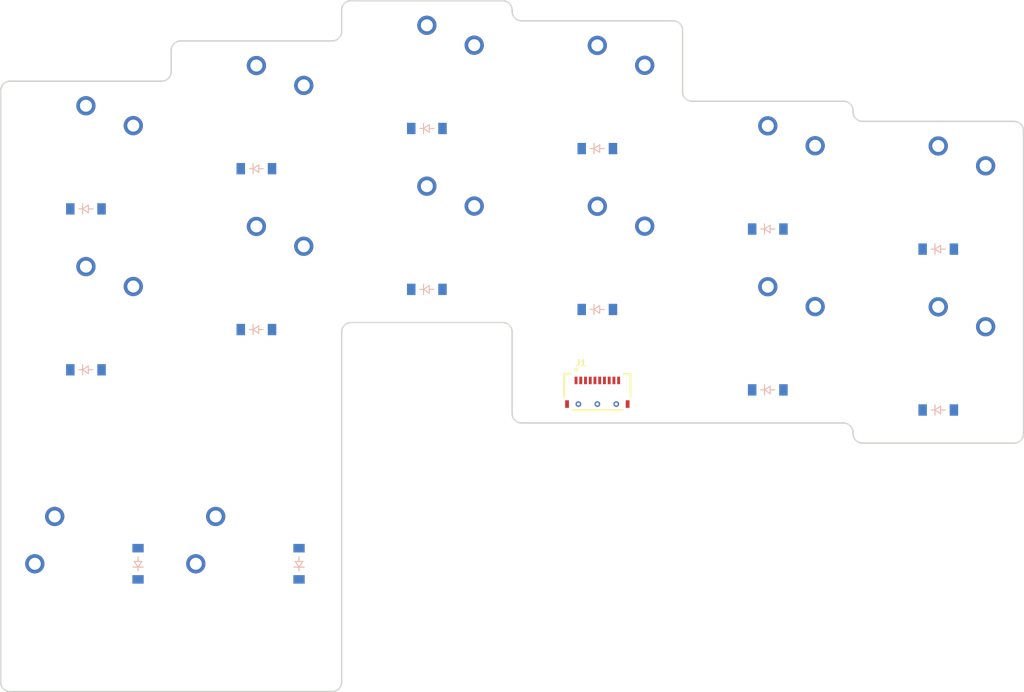
<source format=kicad_pcb>
(kicad_pcb (version 20221018) (generator pcbnew)
  (title_block (title "right_pcb") (rev "v1.0.0") (company "Unknown"))
  (layers (0 "F.Cu" signal) (31 "B.Cu" signal) (34 "B.Paste" user) (35 "F.Paste" user) (36 "B.SilkS" user "B.Silkscreen") (37 "F.SilkS" user "F.Silkscreen") (38 "B.Mask" user) (39 "F.Mask" user) (44 "Edge.Cuts" user))
  (net 0 "")
  (net 1 "C0")
  (net 2 "mirror_ext_bottom")
  (net 3 "mirror_ext_top")
  (net 4 "C1")
  (net 5 "mirror_pinky_bottom")
  (net 6 "mirror_pinky_top")
  (net 7 "C2")
  (net 8 "mirror_ring_bottom")
  (net 9 "mirror_ring_top")
  (net 10 "C3")
  (net 11 "mirror_middle_bottom")
  (net 12 "mirror_middle_top")
  (net 13 "C4")
  (net 14 "mirror_index_bottom")
  (net 15 "mirror_index_top")
  (net 16 "C5")
  (net 17 "mirror_inner_bottom")
  (net 18 "mirror_inner_top")
  (net 19 "mirror_outer_thumb")
  (net 20 "mirror_inner_thumb")
  (net 21 "R2")
  (net 22 "R1")
  (net 23 "R3")
  (net 24 "GND")
  (footprint "Molex2004850410" (layer "F.Cu") (at 280 141.375)
    (fp_text reference "J1" (at -1.718 -3.1064) (layer "F.SilkS") (effects (font (size 0.64 0.64))))
    (fp_text value "Conn_01x10_Socket")
    (fp_line (start -3.5 -1.9) (end -2.8 -1.9) (stroke (width 0.2)) (layer "F.SilkS"))
    (fp_line (start -3.5 0.5) (end -3.5 -1.9) (stroke (width 0.2)) (layer "F.SilkS"))
    (fp_line (start -2.65 1.9) (end 2.65 1.9) (stroke (width 0.2)) (layer "F.SilkS"))
    (fp_line (start 2.8 -1.9) (end 3.5 -1.9) (stroke (width 0.2)) (layer "F.SilkS"))
    (fp_line (start 3.5 -1.9) (end 3.5 0.5) (stroke (width 0.2)) (layer "F.SilkS"))
    (fp_circle (center -2.25 -2.4) (end -2.15 -2.4) (stroke (width 0.2)) (fill none) (layer "F.SilkS"))
    (pad "1" smd rect (at -2.25 -1.25 180) (size 0.3 0.8) (layers "F.Cu" "F.Paste" "F.Mask") (net 24 "GND"))
    (pad "2" smd rect (at -1.75 -1.25 180) (size 0.3 0.8) (layers "F.Cu" "F.Paste" "F.Mask") (net 22 "R1"))
    (pad "3" smd rect (at -1.25 -1.25 180) (size 0.3 0.8) (layers "F.Cu" "F.Paste" "F.Mask") (net 21 "R2"))
    (pad "4" smd rect (at -0.75 -1.25 180) (size 0.3 0.8) (layers "F.Cu" "F.Paste" "F.Mask") (net 23 "R3"))
    (pad "5" smd rect (at -0.25 -1.25 180) (size 0.3 0.8) (layers "F.Cu" "F.Paste" "F.Mask") (net 1 "C0"))
    (pad "6" smd rect (at 0.25 -1.25 180) (size 0.3 0.8) (layers "F.Cu" "F.Paste" "F.Mask") (net 4 "C1"))
    (pad "7" smd rect (at 0.75 -1.25 180) (size 0.3 0.8) (layers "F.Cu" "F.Paste" "F.Mask") (net 7 "C2"))
    (pad "8" smd rect (at 1.25 -1.25 180) (size 0.3 0.8) (layers "F.Cu" "F.Paste" "F.Mask") (net 10 "C3"))
    (pad "9" smd rect (at 1.75 -1.25 180) (size 0.3 0.8) (layers "F.Cu" "F.Paste" "F.Mask") (net 13 "C4"))
    (pad "10" smd rect (at 2.25 -1.25 180) (size 0.3 0.8) (layers "F.Cu" "F.Paste" "F.Mask") (net 16 "C5"))
    (pad "S1" smd rect (at -3.2 1.25 180) (size 0.4 0.8) (layers "F.Cu" "F.Paste" "F.Mask"))
    (pad "S2" smd rect (at 3.2 1.25 180) (size 0.4 0.8) (layers "F.Cu" "F.Paste" "F.Mask"))
  )
  (footprint "VIA-0.6mm" (layer "F.Cu") (at 278 142.625)
    (fp_text reference "_3" hide)
    (fp_text value "VIA-0.6mm" hide)
    (pad "1" thru_hole circle (at 0 0) (size 0.6 0.6) (drill 0.3) (layers "*.Cu") (net 23 "R3"))
  )
  (footprint "PG1350" (layer "F.Cu") (at 244 129.75)
    (fp_text reference "S9" hide)
    (fp_text value "" hide)
    (pad "" np_thru_hole circle (at -5.5 0) (size 1.7018 1.7018) (drill 1.7018) (layers "*.Cu" "*.Mask"))
    (pad "" np_thru_hole circle (at 0 0) (size 3.429 3.429) (drill 3.429) (layers "*.Cu" "*.Mask"))
    (pad "" np_thru_hole circle (at 5.5 0) (size 1.7018 1.7018) (drill 1.7018) (layers "*.Cu" "*.Mask"))
    (pad "1" thru_hole circle (at 5 -3.8) (size 2.032 2.032) (drill 1.27) (layers "*.Cu" "*.Mask") (net 13 "C4"))
    (pad "2" thru_hole circle (at 0 -5.9) (size 2.032 2.032) (drill 1.27) (layers "*.Cu" "*.Mask") (net 14 "mirror_index_bottom"))
  )
  (footprint "PG1350" (layer "F.Cu") (at 226 117)
    (fp_text reference "S12" hide)
    (fp_text value "" hide)
    (pad "" np_thru_hole circle (at -5.5 0) (size 1.7018 1.7018) (drill 1.7018) (layers "*.Cu" "*.Mask"))
    (pad "" np_thru_hole circle (at 0 0) (size 3.429 3.429) (drill 3.429) (layers "*.Cu" "*.Mask"))
    (pad "" np_thru_hole circle (at 5.5 0) (size 1.7018 1.7018) (drill 1.7018) (layers "*.Cu" "*.Mask"))
    (pad "1" thru_hole circle (at 5 -3.8) (size 2.032 2.032) (drill 1.27) (layers "*.Cu" "*.Mask") (net 16 "C5"))
    (pad "2" thru_hole circle (at 0 -5.9) (size 2.032 2.032) (drill 1.27) (layers "*.Cu" "*.Mask") (net 18 "mirror_inner_top"))
  )
  (footprint "PG1350" (layer "F.Cu") (at 280 110.625)
    (fp_text reference "S6" hide)
    (fp_text value "" hide)
    (pad "" np_thru_hole circle (at -5.5 0) (size 1.7018 1.7018) (drill 1.7018) (layers "*.Cu" "*.Mask"))
    (pad "" np_thru_hole circle (at 0 0) (size 3.429 3.429) (drill 3.429) (layers "*.Cu" "*.Mask"))
    (pad "" np_thru_hole circle (at 5.5 0) (size 1.7018 1.7018) (drill 1.7018) (layers "*.Cu" "*.Mask"))
    (pad "1" thru_hole circle (at 5 -3.8) (size 2.032 2.032) (drill 1.27) (layers "*.Cu" "*.Mask") (net 7 "C2"))
    (pad "2" thru_hole circle (at 0 -5.9) (size 2.032 2.032) (drill 1.27) (layers "*.Cu" "*.Mask") (net 9 "mirror_ring_top"))
  )
  (footprint "PG1350" (layer "F.Cu") (at 262 125.5)
    (fp_text reference "S7" hide)
    (fp_text value "" hide)
    (pad "" np_thru_hole circle (at -5.5 0) (size 1.7018 1.7018) (drill 1.7018) (layers "*.Cu" "*.Mask"))
    (pad "" np_thru_hole circle (at 0 0) (size 3.429 3.429) (drill 3.429) (layers "*.Cu" "*.Mask"))
    (pad "" np_thru_hole circle (at 5.5 0) (size 1.7018 1.7018) (drill 1.7018) (layers "*.Cu" "*.Mask"))
    (pad "1" thru_hole circle (at 5 -3.8) (size 2.032 2.032) (drill 1.27) (layers "*.Cu" "*.Mask") (net 10 "C3"))
    (pad "2" thru_hole circle (at 0 -5.9) (size 2.032 2.032) (drill 1.27) (layers "*.Cu" "*.Mask") (net 11 "mirror_middle_bottom"))
  )
  (footprint "PG1350" (layer "F.Cu") (at 244 112.75)
    (fp_text reference "S10" hide)
    (fp_text value "" hide)
    (pad "" np_thru_hole circle (at -5.5 0) (size 1.7018 1.7018) (drill 1.7018) (layers "*.Cu" "*.Mask"))
    (pad "" np_thru_hole circle (at 0 0) (size 3.429 3.429) (drill 3.429) (layers "*.Cu" "*.Mask"))
    (pad "" np_thru_hole circle (at 5.5 0) (size 1.7018 1.7018) (drill 1.7018) (layers "*.Cu" "*.Mask"))
    (pad "1" thru_hole circle (at 5 -3.8) (size 2.032 2.032) (drill 1.27) (layers "*.Cu" "*.Mask") (net 13 "C4"))
    (pad "2" thru_hole circle (at 0 -5.9) (size 2.032 2.032) (drill 1.27) (layers "*.Cu" "*.Mask") (net 15 "mirror_index_top"))
  )
  (footprint "PG1350" (layer "F.Cu") (at 298 136.125)
    (fp_text reference "S3" hide)
    (fp_text value "" hide)
    (pad "" np_thru_hole circle (at -5.5 0) (size 1.7018 1.7018) (drill 1.7018) (layers "*.Cu" "*.Mask"))
    (pad "" np_thru_hole circle (at 0 0) (size 3.429 3.429) (drill 3.429) (layers "*.Cu" "*.Mask"))
    (pad "" np_thru_hole circle (at 5.5 0) (size 1.7018 1.7018) (drill 1.7018) (layers "*.Cu" "*.Mask"))
    (pad "1" thru_hole circle (at 5 -3.8) (size 2.032 2.032) (drill 1.27) (layers "*.Cu" "*.Mask") (net 4 "C1"))
    (pad "2" thru_hole circle (at 0 -5.9) (size 2.032 2.032) (drill 1.27) (layers "*.Cu" "*.Mask") (net 5 "mirror_pinky_bottom"))
  )
  (footprint "PG1350" (layer "F.Cu") (at 280 127.625)
    (fp_text reference "S5" hide)
    (fp_text value "" hide)
    (pad "" np_thru_hole circle (at -5.5 0) (size 1.7018 1.7018) (drill 1.7018) (layers "*.Cu" "*.Mask"))
    (pad "" np_thru_hole circle (at 0 0) (size 3.429 3.429) (drill 3.429) (layers "*.Cu" "*.Mask"))
    (pad "" np_thru_hole circle (at 5.5 0) (size 1.7018 1.7018) (drill 1.7018) (layers "*.Cu" "*.Mask"))
    (pad "1" thru_hole circle (at 5 -3.8) (size 2.032 2.032) (drill 1.27) (layers "*.Cu" "*.Mask") (net 7 "C2"))
    (pad "2" thru_hole circle (at 0 -5.9) (size 2.032 2.032) (drill 1.27) (layers "*.Cu" "*.Mask") (net 8 "mirror_ring_bottom"))
  )
  (footprint "VIA-0.6mm" (layer "F.Cu") (at 282 142.625)
    (fp_text reference "_1" hide)
    (fp_text value "VIA-0.6mm" hide)
    (pad "1" thru_hole circle (at 0 0) (size 0.6 0.6) (drill 0.3) (layers "*.Cu") (net 22 "R1"))
  )
  (footprint "PG1350" (layer "F.Cu") (at 226.5 159.5 90)
    (fp_text reference "S14" hide)
    (fp_text value "" hide)
    (pad "" np_thru_hole circle (at -5.5 0) (size 1.7018 1.7018) (drill 1.7018) (layers "*.Cu" "*.Mask"))
    (pad "" np_thru_hole circle (at 0 0) (size 3.429 3.429) (drill 3.429) (layers "*.Cu" "*.Mask"))
    (pad "" np_thru_hole circle (at 5.5 0) (size 1.7018 1.7018) (drill 1.7018) (layers "*.Cu" "*.Mask"))
    (pad "1" thru_hole circle (at 5 -3.8) (size 2.032 2.032) (drill 1.27) (layers "*.Cu" "*.Mask") (net 16 "C5"))
    (pad "2" thru_hole circle (at 0 -5.9) (size 2.032 2.032) (drill 1.27) (layers "*.Cu" "*.Mask") (net 20 "mirror_inner_thumb"))
  )
  (footprint "PG1350" (layer "F.Cu") (at 243.5 159.5 90)
    (fp_text reference "S13" hide)
    (fp_text value "" hide)
    (pad "" np_thru_hole circle (at -5.5 0) (size 1.7018 1.7018) (drill 1.7018) (layers "*.Cu" "*.Mask"))
    (pad "" np_thru_hole circle (at 0 0) (size 3.429 3.429) (drill 3.429) (layers "*.Cu" "*.Mask"))
    (pad "" np_thru_hole circle (at 5.5 0) (size 1.7018 1.7018) (drill 1.7018) (layers "*.Cu" "*.Mask"))
    (pad "1" thru_hole circle (at 5 -3.8) (size 2.032 2.032) (drill 1.27) (layers "*.Cu" "*.Mask") (net 13 "C4"))
    (pad "2" thru_hole circle (at 0 -5.9) (size 2.032 2.032) (drill 1.27) (layers "*.Cu" "*.Mask") (net 19 "mirror_outer_thumb"))
  )
  (footprint "PG1350" (layer "F.Cu") (at 262 108.5)
    (fp_text reference "S8" hide)
    (fp_text value "" hide)
    (pad "" np_thru_hole circle (at -5.5 0) (size 1.7018 1.7018) (drill 1.7018) (layers "*.Cu" "*.Mask"))
    (pad "" np_thru_hole circle (at 0 0) (size 3.429 3.429) (drill 3.429) (layers "*.Cu" "*.Mask"))
    (pad "" np_thru_hole circle (at 5.5 0) (size 1.7018 1.7018) (drill 1.7018) (layers "*.Cu" "*.Mask"))
    (pad "1" thru_hole circle (at 5 -3.8) (size 2.032 2.032) (drill 1.27) (layers "*.Cu" "*.Mask") (net 10 "C3"))
    (pad "2" thru_hole circle (at 0 -5.9) (size 2.032 2.032) (drill 1.27) (layers "*.Cu" "*.Mask") (net 12 "mirror_middle_top"))
  )
  (footprint "PG1350" (layer "F.Cu") (at 298 119.125)
    (fp_text reference "S4" hide)
    (fp_text value "" hide)
    (pad "" np_thru_hole circle (at -5.5 0) (size 1.7018 1.7018) (drill 1.7018) (layers "*.Cu" "*.Mask"))
    (pad "" np_thru_hole circle (at 0 0) (size 3.429 3.429) (drill 3.429) (layers "*.Cu" "*.Mask"))
    (pad "" np_thru_hole circle (at 5.5 0) (size 1.7018 1.7018) (drill 1.7018) (layers "*.Cu" "*.Mask"))
    (pad "1" thru_hole circle (at 5 -3.8) (size 2.032 2.032) (drill 1.27) (layers "*.Cu" "*.Mask") (net 4 "C1"))
    (pad "2" thru_hole circle (at 0 -5.9) (size 2.032 2.032) (drill 1.27) (layers "*.Cu" "*.Mask") (net 6 "mirror_pinky_top"))
  )
  (footprint "PG1350" (layer "F.Cu") (at 226 134)
    (fp_text reference "S11" hide)
    (fp_text value "" hide)
    (pad "" np_thru_hole circle (at -5.5 0) (size 1.7018 1.7018) (drill 1.7018) (layers "*.Cu" "*.Mask"))
    (pad "" np_thru_hole circle (at 0 0) (size 3.429 3.429) (drill 3.429) (layers "*.Cu" "*.Mask"))
    (pad "" np_thru_hole circle (at 5.5 0) (size 1.7018 1.7018) (drill 1.7018) (layers "*.Cu" "*.Mask"))
    (pad "1" thru_hole circle (at 5 -3.8) (size 2.032 2.032) (drill 1.27) (layers "*.Cu" "*.Mask") (net 16 "C5"))
    (pad "2" thru_hole circle (at 0 -5.9) (size 2.032 2.032) (drill 1.27) (layers "*.Cu" "*.Mask") (net 17 "mirror_inner_bottom"))
  )
  (footprint "VIA-0.6mm" (layer "F.Cu") (at 280 142.625)
    (fp_text reference "_2" hide)
    (fp_text value "VIA-0.6mm" hide)
    (pad "1" thru_hole circle (at 0 0) (size 0.6 0.6) (drill 0.3) (layers "*.Cu") (net 21 "R2"))
  )
  (footprint "PG1350" (layer "F.Cu") (at 316 138.25)
    (fp_text reference "S1" hide)
    (fp_text value "" hide)
    (pad "" np_thru_hole circle (at -5.5 0) (size 1.7018 1.7018) (drill 1.7018) (layers "*.Cu" "*.Mask"))
    (pad "" np_thru_hole circle (at 0 0) (size 3.429 3.429) (drill 3.429) (layers "*.Cu" "*.Mask"))
    (pad "" np_thru_hole circle (at 5.5 0) (size 1.7018 1.7018) (drill 1.7018) (layers "*.Cu" "*.Mask"))
    (pad "1" thru_hole circle (at 5 -3.8) (size 2.032 2.032) (drill 1.27) (layers "*.Cu" "*.Mask") (net 1 "C0"))
    (pad "2" thru_hole circle (at 0 -5.9) (size 2.032 2.032) (drill 1.27) (layers "*.Cu" "*.Mask") (net 2 "mirror_ext_bottom"))
  )
  (footprint "PG1350" (layer "F.Cu") (at 316 121.25)
    (fp_text reference "S2" hide)
    (fp_text value "" hide)
    (pad "" np_thru_hole circle (at -5.5 0) (size 1.7018 1.7018) (drill 1.7018) (layers "*.Cu" "*.Mask"))
    (pad "" np_thru_hole circle (at 0 0) (size 3.429 3.429) (drill 3.429) (layers "*.Cu" "*.Mask"))
    (pad "" np_thru_hole circle (at 5.5 0) (size 1.7018 1.7018) (drill 1.7018) (layers "*.Cu" "*.Mask"))
    (pad "1" thru_hole circle (at 5 -3.8) (size 2.032 2.032) (drill 1.27) (layers "*.Cu" "*.Mask") (net 1 "C0"))
    (pad "2" thru_hole circle (at 0 -5.9) (size 2.032 2.032) (drill 1.27) (layers "*.Cu" "*.Mask") (net 3 "mirror_ext_top"))
  )
  (footprint "ComboDiode" (layer "B.Cu") (at 316 143.25)
    (fp_text reference "D1" hide)
    (fp_text value "" hide)
    (fp_line (start -0.75 0) (end -0.35 0) (stroke (width 0.1)) (layer "B.SilkS"))
    (fp_line (start -0.35 0) (end -0.35 -0.55) (stroke (width 0.1)) (layer "B.SilkS"))
    (fp_line (start -0.35 0) (end -0.35 0.55) (stroke (width 0.1)) (layer "B.SilkS"))
    (fp_line (start -0.35 0) (end 0.25 -0.4) (stroke (width 0.1)) (layer "B.SilkS"))
    (fp_line (start 0.25 -0.4) (end 0.25 0.4) (stroke (width 0.1)) (layer "B.SilkS"))
    (fp_line (start 0.25 0) (end 0.75 0) (stroke (width 0.1)) (layer "B.SilkS"))
    (fp_line (start 0.25 0.4) (end -0.35 0) (stroke (width 0.1)) (layer "B.SilkS"))
    (pad "1" smd rect (at -1.65 0) (size 0.9 1.2) (layers "B.Cu" "B.Paste" "B.Mask") (net 21 "R2"))
    (pad "2" smd rect (at 1.65 0) (size 0.9 1.2) (layers "B.Cu" "B.Paste" "B.Mask") (net 2 "mirror_ext_bottom"))
  )
  (footprint "ComboDiode" (layer "B.Cu") (at 231.5 159.5 90)
    (fp_text reference "D14" hide)
    (fp_text value "" hide)
    (fp_line (start -0.75 0) (end -0.35 0) (stroke (width 0.1)) (layer "B.SilkS"))
    (fp_line (start -0.35 0) (end -0.35 -0.55) (stroke (width 0.1)) (layer "B.SilkS"))
    (fp_line (start -0.35 0) (end -0.35 0.55) (stroke (width 0.1)) (layer "B.SilkS"))
    (fp_line (start -0.35 0) (end 0.25 -0.4) (stroke (width 0.1)) (layer "B.SilkS"))
    (fp_line (start 0.25 -0.4) (end 0.25 0.4) (stroke (width 0.1)) (layer "B.SilkS"))
    (fp_line (start 0.25 0) (end 0.75 0) (stroke (width 0.1)) (layer "B.SilkS"))
    (fp_line (start 0.25 0.4) (end -0.35 0) (stroke (width 0.1)) (layer "B.SilkS"))
    (pad "1" smd rect (at -1.65 0 90) (size 0.9 1.2) (layers "B.Cu" "B.Paste" "B.Mask") (net 23 "R3"))
    (pad "2" smd rect (at 1.65 0 90) (size 0.9 1.2) (layers "B.Cu" "B.Paste" "B.Mask") (net 20 "mirror_inner_thumb"))
  )
  (footprint "ComboDiode" (layer "B.Cu") (at 226 122)
    (fp_text reference "D12" hide)
    (fp_text value "" hide)
    (fp_line (start -0.75 0) (end -0.35 0) (stroke (width 0.1)) (layer "B.SilkS"))
    (fp_line (start -0.35 0) (end -0.35 -0.55) (stroke (width 0.1)) (layer "B.SilkS"))
    (fp_line (start -0.35 0) (end -0.35 0.55) (stroke (width 0.1)) (layer "B.SilkS"))
    (fp_line (start -0.35 0) (end 0.25 -0.4) (stroke (width 0.1)) (layer "B.SilkS"))
    (fp_line (start 0.25 -0.4) (end 0.25 0.4) (stroke (width 0.1)) (layer "B.SilkS"))
    (fp_line (start 0.25 0) (end 0.75 0) (stroke (width 0.1)) (layer "B.SilkS"))
    (fp_line (start 0.25 0.4) (end -0.35 0) (stroke (width 0.1)) (layer "B.SilkS"))
    (pad "1" smd rect (at -1.65 0) (size 0.9 1.2) (layers "B.Cu" "B.Paste" "B.Mask") (net 22 "R1"))
    (pad "2" smd rect (at 1.65 0) (size 0.9 1.2) (layers "B.Cu" "B.Paste" "B.Mask") (net 18 "mirror_inner_top"))
  )
  (footprint "ComboDiode" (layer "B.Cu") (at 298 124.125)
    (fp_text reference "D4" hide)
    (fp_text value "" hide)
    (fp_line (start -0.75 0) (end -0.35 0) (stroke (width 0.1)) (layer "B.SilkS"))
    (fp_line (start -0.35 0) (end -0.35 -0.55) (stroke (width 0.1)) (layer "B.SilkS"))
    (fp_line (start -0.35 0) (end -0.35 0.55) (stroke (width 0.1)) (layer "B.SilkS"))
    (fp_line (start -0.35 0) (end 0.25 -0.4) (stroke (width 0.1)) (layer "B.SilkS"))
    (fp_line (start 0.25 -0.4) (end 0.25 0.4) (stroke (width 0.1)) (layer "B.SilkS"))
    (fp_line (start 0.25 0) (end 0.75 0) (stroke (width 0.1)) (layer "B.SilkS"))
    (fp_line (start 0.25 0.4) (end -0.35 0) (stroke (width 0.1)) (layer "B.SilkS"))
    (pad "1" smd rect (at -1.65 0) (size 0.9 1.2) (layers "B.Cu" "B.Paste" "B.Mask") (net 22 "R1"))
    (pad "2" smd rect (at 1.65 0) (size 0.9 1.2) (layers "B.Cu" "B.Paste" "B.Mask") (net 6 "mirror_pinky_top"))
  )
  (footprint "ComboDiode" (layer "B.Cu") (at 262 130.5)
    (fp_text reference "D7" hide)
    (fp_text value "" hide)
    (fp_line (start -0.75 0) (end -0.35 0) (stroke (width 0.1)) (layer "B.SilkS"))
    (fp_line (start -0.35 0) (end -0.35 -0.55) (stroke (width 0.1)) (layer "B.SilkS"))
    (fp_line (start -0.35 0) (end -0.35 0.55) (stroke (width 0.1)) (layer "B.SilkS"))
    (fp_line (start -0.35 0) (end 0.25 -0.4) (stroke (width 0.1)) (layer "B.SilkS"))
    (fp_line (start 0.25 -0.4) (end 0.25 0.4) (stroke (width 0.1)) (layer "B.SilkS"))
    (fp_line (start 0.25 0) (end 0.75 0) (stroke (width 0.1)) (layer "B.SilkS"))
    (fp_line (start 0.25 0.4) (end -0.35 0) (stroke (width 0.1)) (layer "B.SilkS"))
    (pad "1" smd rect (at -1.65 0) (size 0.9 1.2) (layers "B.Cu" "B.Paste" "B.Mask") (net 21 "R2"))
    (pad "2" smd rect (at 1.65 0) (size 0.9 1.2) (layers "B.Cu" "B.Paste" "B.Mask") (net 11 "mirror_middle_bottom"))
  )
  (footprint "ComboDiode" (layer "B.Cu") (at 244 134.75)
    (fp_text reference "D9" hide)
    (fp_text value "" hide)
    (fp_line (start -0.75 0) (end -0.35 0) (stroke (width 0.1)) (layer "B.SilkS"))
    (fp_line (start -0.35 0) (end -0.35 -0.55) (stroke (width 0.1)) (layer "B.SilkS"))
    (fp_line (start -0.35 0) (end -0.35 0.55) (stroke (width 0.1)) (layer "B.SilkS"))
    (fp_line (start -0.35 0) (end 0.25 -0.4) (stroke (width 0.1)) (layer "B.SilkS"))
    (fp_line (start 0.25 -0.4) (end 0.25 0.4) (stroke (width 0.1)) (layer "B.SilkS"))
    (fp_line (start 0.25 0) (end 0.75 0) (stroke (width 0.1)) (layer "B.SilkS"))
    (fp_line (start 0.25 0.4) (end -0.35 0) (stroke (width 0.1)) (layer "B.SilkS"))
    (pad "1" smd rect (at -1.65 0) (size 0.9 1.2) (layers "B.Cu" "B.Paste" "B.Mask") (net 21 "R2"))
    (pad "2" smd rect (at 1.65 0) (size 0.9 1.2) (layers "B.Cu" "B.Paste" "B.Mask") (net 14 "mirror_index_bottom"))
  )
  (footprint "ComboDiode" (layer "B.Cu") (at 226 139)
    (fp_text reference "D11" hide)
    (fp_text value "" hide)
    (fp_line (start -0.75 0) (end -0.35 0) (stroke (width 0.1)) (layer "B.SilkS"))
    (fp_line (start -0.35 0) (end -0.35 -0.55) (stroke (width 0.1)) (layer "B.SilkS"))
    (fp_line (start -0.35 0) (end -0.35 0.55) (stroke (width 0.1)) (layer "B.SilkS"))
    (fp_line (start -0.35 0) (end 0.25 -0.4) (stroke (width 0.1)) (layer "B.SilkS"))
    (fp_line (start 0.25 -0.4) (end 0.25 0.4) (stroke (width 0.1)) (layer "B.SilkS"))
    (fp_line (start 0.25 0) (end 0.75 0) (stroke (width 0.1)) (layer "B.SilkS"))
    (fp_line (start 0.25 0.4) (end -0.35 0) (stroke (width 0.1)) (layer "B.SilkS"))
    (pad "1" smd rect (at -1.65 0) (size 0.9 1.2) (layers "B.Cu" "B.Paste" "B.Mask") (net 21 "R2"))
    (pad "2" smd rect (at 1.65 0) (size 0.9 1.2) (layers "B.Cu" "B.Paste" "B.Mask") (net 17 "mirror_inner_bottom"))
  )
  (footprint "ComboDiode" (layer "B.Cu") (at 298 141.125)
    (fp_text reference "D3" hide)
    (fp_text value "" hide)
    (fp_line (start -0.75 0) (end -0.35 0) (stroke (width 0.1)) (layer "B.SilkS"))
    (fp_line (start -0.35 0) (end -0.35 -0.55) (stroke (width 0.1)) (layer "B.SilkS"))
    (fp_line (start -0.35 0) (end -0.35 0.55) (stroke (width 0.1)) (layer "B.SilkS"))
    (fp_line (start -0.35 0) (end 0.25 -0.4) (stroke (width 0.1)) (layer "B.SilkS"))
    (fp_line (start 0.25 -0.4) (end 0.25 0.4) (stroke (width 0.1)) (layer "B.SilkS"))
    (fp_line (start 0.25 0) (end 0.75 0) (stroke (width 0.1)) (layer "B.SilkS"))
    (fp_line (start 0.25 0.4) (end -0.35 0) (stroke (width 0.1)) (layer "B.SilkS"))
    (pad "1" smd rect (at -1.65 0) (size 0.9 1.2) (layers "B.Cu" "B.Paste" "B.Mask") (net 21 "R2"))
    (pad "2" smd rect (at 1.65 0) (size 0.9 1.2) (layers "B.Cu" "B.Paste" "B.Mask") (net 5 "mirror_pinky_bottom"))
  )
  (footprint "ComboDiode" (layer "B.Cu") (at 280 132.625)
    (fp_text reference "D5" hide)
    (fp_text value "" hide)
    (fp_line (start -0.75 0) (end -0.35 0) (stroke (width 0.1)) (layer "B.SilkS"))
    (fp_line (start -0.35 0) (end -0.35 -0.55) (stroke (width 0.1)) (layer "B.SilkS"))
    (fp_line (start -0.35 0) (end -0.35 0.55) (stroke (width 0.1)) (layer "B.SilkS"))
    (fp_line (start -0.35 0) (end 0.25 -0.4) (stroke (width 0.1)) (layer "B.SilkS"))
    (fp_line (start 0.25 -0.4) (end 0.25 0.4) (stroke (width 0.1)) (layer "B.SilkS"))
    (fp_line (start 0.25 0) (end 0.75 0) (stroke (width 0.1)) (layer "B.SilkS"))
    (fp_line (start 0.25 0.4) (end -0.35 0) (stroke (width 0.1)) (layer "B.SilkS"))
    (pad "1" smd rect (at -1.65 0) (size 0.9 1.2) (layers "B.Cu" "B.Paste" "B.Mask") (net 21 "R2"))
    (pad "2" smd rect (at 1.65 0) (size 0.9 1.2) (layers "B.Cu" "B.Paste" "B.Mask") (net 8 "mirror_ring_bottom"))
  )
  (footprint "ComboDiode" (layer "B.Cu") (at 248.5 159.5 90)
    (fp_text reference "D13" hide)
    (fp_text value "" hide)
    (fp_line (start -0.75 0) (end -0.35 0) (stroke (width 0.1)) (layer "B.SilkS"))
    (fp_line (start -0.35 0) (end -0.35 -0.55) (stroke (width 0.1)) (layer "B.SilkS"))
    (fp_line (start -0.35 0) (end -0.35 0.55) (stroke (width 0.1)) (layer "B.SilkS"))
    (fp_line (start -0.35 0) (end 0.25 -0.4) (stroke (width 0.1)) (layer "B.SilkS"))
    (fp_line (start 0.25 -0.4) (end 0.25 0.4) (stroke (width 0.1)) (layer "B.SilkS"))
    (fp_line (start 0.25 0) (end 0.75 0) (stroke (width 0.1)) (layer "B.SilkS"))
    (fp_line (start 0.25 0.4) (end -0.35 0) (stroke (width 0.1)) (layer "B.SilkS"))
    (pad "1" smd rect (at -1.65 0 90) (size 0.9 1.2) (layers "B.Cu" "B.Paste" "B.Mask") (net 23 "R3"))
    (pad "2" smd rect (at 1.65 0 90) (size 0.9 1.2) (layers "B.Cu" "B.Paste" "B.Mask") (net 19 "mirror_outer_thumb"))
  )
  (footprint "ComboDiode" (layer "B.Cu") (at 262 113.5)
    (fp_text reference "D8" hide)
    (fp_text value "" hide)
    (fp_line (start -0.75 0) (end -0.35 0) (stroke (width 0.1)) (layer "B.SilkS"))
    (fp_line (start -0.35 0) (end -0.35 -0.55) (stroke (width 0.1)) (layer "B.SilkS"))
    (fp_line (start -0.35 0) (end -0.35 0.55) (stroke (width 0.1)) (layer "B.SilkS"))
    (fp_line (start -0.35 0) (end 0.25 -0.4) (stroke (width 0.1)) (layer "B.SilkS"))
    (fp_line (start 0.25 -0.4) (end 0.25 0.4) (stroke (width 0.1)) (layer "B.SilkS"))
    (fp_line (start 0.25 0) (end 0.75 0) (stroke (width 0.1)) (layer "B.SilkS"))
    (fp_line (start 0.25 0.4) (end -0.35 0) (stroke (width 0.1)) (layer "B.SilkS"))
    (pad "1" smd rect (at -1.65 0) (size 0.9 1.2) (layers "B.Cu" "B.Paste" "B.Mask") (net 22 "R1"))
    (pad "2" smd rect (at 1.65 0) (size 0.9 1.2) (layers "B.Cu" "B.Paste" "B.Mask") (net 12 "mirror_middle_top"))
  )
  (footprint "ComboDiode" (layer "B.Cu") (at 280 115.625)
    (fp_text reference "D6" hide)
    (fp_text value "" hide)
    (fp_line (start -0.75 0) (end -0.35 0) (stroke (width 0.1)) (layer "B.SilkS"))
    (fp_line (start -0.35 0) (end -0.35 -0.55) (stroke (width 0.1)) (layer "B.SilkS"))
    (fp_line (start -0.35 0) (end -0.35 0.55) (stroke (width 0.1)) (layer "B.SilkS"))
    (fp_line (start -0.35 0) (end 0.25 -0.4) (stroke (width 0.1)) (layer "B.SilkS"))
    (fp_line (start 0.25 -0.4) (end 0.25 0.4) (stroke (width 0.1)) (layer "B.SilkS"))
    (fp_line (start 0.25 0) (end 0.75 0) (stroke (width 0.1)) (layer "B.SilkS"))
    (fp_line (start 0.25 0.4) (end -0.35 0) (stroke (width 0.1)) (layer "B.SilkS"))
    (pad "1" smd rect (at -1.65 0) (size 0.9 1.2) (layers "B.Cu" "B.Paste" "B.Mask") (net 22 "R1"))
    (pad "2" smd rect (at 1.65 0) (size 0.9 1.2) (layers "B.Cu" "B.Paste" "B.Mask") (net 9 "mirror_ring_top"))
  )
  (footprint "ComboDiode" (layer "B.Cu") (at 244 117.75)
    (fp_text reference "D10" hide)
    (fp_text value "" hide)
    (fp_line (start -0.75 0) (end -0.35 0) (stroke (width 0.1)) (layer "B.SilkS"))
    (fp_line (start -0.35 0) (end -0.35 -0.55) (stroke (width 0.1)) (layer "B.SilkS"))
    (fp_line (start -0.35 0) (end -0.35 0.55) (stroke (width 0.1)) (layer "B.SilkS"))
    (fp_line (start -0.35 0) (end 0.25 -0.4) (stroke (width 0.1)) (layer "B.SilkS"))
    (fp_line (start 0.25 -0.4) (end 0.25 0.4) (stroke (width 0.1)) (layer "B.SilkS"))
    (fp_line (start 0.25 0) (end 0.75 0) (stroke (width 0.1)) (layer "B.SilkS"))
    (fp_line (start 0.25 0.4) (end -0.35 0) (stroke (width 0.1)) (layer "B.SilkS"))
    (pad "1" smd rect (at -1.65 0) (size 0.9 1.2) (layers "B.Cu" "B.Paste" "B.Mask") (net 22 "R1"))
    (pad "2" smd rect (at 1.65 0) (size 0.9 1.2) (layers "B.Cu" "B.Paste" "B.Mask") (net 15 "mirror_index_top"))
  )
  (footprint "ComboDiode" (layer "B.Cu") (at 316 126.25)
    (fp_text reference "D2" hide)
    (fp_text value "" hide)
    (fp_line (start -0.75 0) (end -0.35 0) (stroke (width 0.1)) (layer "B.SilkS"))
    (fp_line (start -0.35 0) (end -0.35 -0.55) (stroke (width 0.1)) (layer "B.SilkS"))
    (fp_line (start -0.35 0) (end -0.35 0.55) (stroke (width 0.1)) (layer "B.SilkS"))
    (fp_line (start -0.35 0) (end 0.25 -0.4) (stroke (width 0.1)) (layer "B.SilkS"))
    (fp_line (start 0.25 -0.4) (end 0.25 0.4) (stroke (width 0.1)) (layer "B.SilkS"))
    (fp_line (start 0.25 0) (end 0.75 0) (stroke (width 0.1)) (layer "B.SilkS"))
    (fp_line (start 0.25 0.4) (end -0.35 0) (stroke (width 0.1)) (layer "B.SilkS"))
    (pad "1" smd rect (at -1.65 0) (size 0.9 1.2) (layers "B.Cu" "B.Paste" "B.Mask") (net 22 "R1"))
    (pad "2" smd rect (at 1.65 0) (size 0.9 1.2) (layers "B.Cu" "B.Paste" "B.Mask") (net 3 "mirror_ext_top"))
  )
  (gr_arc (start 290 110.625) (mid 289.292893 110.332107) (end 289 109.625) (stroke (width 0.15)) (layer "Edge.Cuts"))
  (gr_arc (start 217 109.5) (mid 217.292893 108.792893) (end 218 108.5) (stroke (width 0.15)) (layer "Edge.Cuts"))
  (gr_arc (start 272 144.625) (mid 271.292893 144.332107) (end 271 143.625) (stroke (width 0.15)) (layer "Edge.Cuts"))
  (gr_line (start 289 109.625) (end 289 103.125) (stroke (width 0.15)) (layer "Edge.Cuts"))
  (gr_arc (start 288 102.125) (mid 288.707107 102.417893) (end 289 103.125) (stroke (width 0.15)) (layer "Edge.Cuts"))
  (gr_line (start 253 101) (end 253 103.25) (stroke (width 0.15)) (layer "Edge.Cuts"))
  (gr_line (start 271 143.625) (end 271 135) (stroke (width 0.15)) (layer "Edge.Cuts"))
  (gr_arc (start 324 112.75) (mid 324.707107 113.042893) (end 325 113.75) (stroke (width 0.15)) (layer "Edge.Cuts"))
  (gr_arc (start 253 103.25) (mid 252.707107 103.957107) (end 252 104.25) (stroke (width 0.15)) (layer "Edge.Cuts"))
  (gr_arc (start 272 102.125) (mid 271.292893 101.832107) (end 271 101.125) (stroke (width 0.15)) (layer "Edge.Cuts"))
  (gr_line (start 308 146.75) (end 324 146.75) (stroke (width 0.15)) (layer "Edge.Cuts"))
  (gr_line (start 234 108.5) (end 218 108.5) (stroke (width 0.15)) (layer "Edge.Cuts"))
  (gr_line (start 307 111.75) (end 307 111.625) (stroke (width 0.15)) (layer "Edge.Cuts"))
  (gr_line (start 271 101.125) (end 271 101) (stroke (width 0.15)) (layer "Edge.Cuts"))
  (gr_line (start 288 102.125) (end 272 102.125) (stroke (width 0.15)) (layer "Edge.Cuts"))
  (gr_line (start 307 145.625) (end 307 145.75) (stroke (width 0.15)) (layer "Edge.Cuts"))
  (gr_arc (start 253 172) (mid 252.707107 172.707107) (end 252 173) (stroke (width 0.15)) (layer "Edge.Cuts"))
  (gr_arc (start 270 100) (mid 270.707107 100.292893) (end 271 101) (stroke (width 0.15)) (layer "Edge.Cuts"))
  (gr_arc (start 325 145.75) (mid 324.707107 146.457107) (end 324 146.75) (stroke (width 0.15)) (layer "Edge.Cuts"))
  (gr_line (start 252 104.25) (end 236 104.25) (stroke (width 0.15)) (layer "Edge.Cuts"))
  (gr_line (start 254 134) (end 270 134) (stroke (width 0.15)) (layer "Edge.Cuts"))
  (gr_line (start 306 110.625) (end 290 110.625) (stroke (width 0.15)) (layer "Edge.Cuts"))
  (gr_arc (start 306 144.625) (mid 306.707107 144.917893) (end 307 145.625) (stroke (width 0.15)) (layer "Edge.Cuts"))
  (gr_line (start 253 172) (end 253 135) (stroke (width 0.15)) (layer "Edge.Cuts"))
  (gr_arc (start 235 105.25) (mid 235.292893 104.542893) (end 236 104.25) (stroke (width 0.15)) (layer "Edge.Cuts"))
  (gr_arc (start 308 112.75) (mid 307.292893 112.457107) (end 307 111.75) (stroke (width 0.15)) (layer "Edge.Cuts"))
  (gr_arc (start 218 173) (mid 217.292893 172.707107) (end 217 172) (stroke (width 0.15)) (layer "Edge.Cuts"))
  (gr_line (start 270 100) (end 254 100) (stroke (width 0.15)) (layer "Edge.Cuts"))
  (gr_arc (start 270 134) (mid 270.707107 134.292893) (end 271 135) (stroke (width 0.15)) (layer "Edge.Cuts"))
  (gr_line (start 272 144.625) (end 306 144.625) (stroke (width 0.15)) (layer "Edge.Cuts"))
  (gr_line (start 235 105.25) (end 235 107.5) (stroke (width 0.15)) (layer "Edge.Cuts"))
  (gr_arc (start 235 107.5) (mid 234.707107 108.207107) (end 234 108.5) (stroke (width 0.15)) (layer "Edge.Cuts"))
  (gr_line (start 324 112.75) (end 308 112.75) (stroke (width 0.15)) (layer "Edge.Cuts"))
  (gr_line (start 218 173) (end 252 173) (stroke (width 0.15)) (layer "Edge.Cuts"))
  (gr_arc (start 308 146.75) (mid 307.292893 146.457107) (end 307 145.75) (stroke (width 0.15)) (layer "Edge.Cuts"))
  (gr_arc (start 253 135) (mid 253.292893 134.292893) (end 254 134) (stroke (width 0.15)) (layer "Edge.Cuts"))
  (gr_arc (start 253 101) (mid 253.292893 100.292893) (end 254 100) (stroke (width 0.15)) (layer "Edge.Cuts"))
  (gr_line (start 325 145.75) (end 325 113.75) (stroke (width 0.15)) (layer "Edge.Cuts"))
  (gr_line (start 217 172) (end 217 109.5) (stroke (width 0.15)) (layer "Edge.Cuts"))
  (gr_arc (start 306 110.625) (mid 306.707107 110.917893) (end 307 111.625) (stroke (width 0.15)) (layer "Edge.Cuts"))
)
</source>
